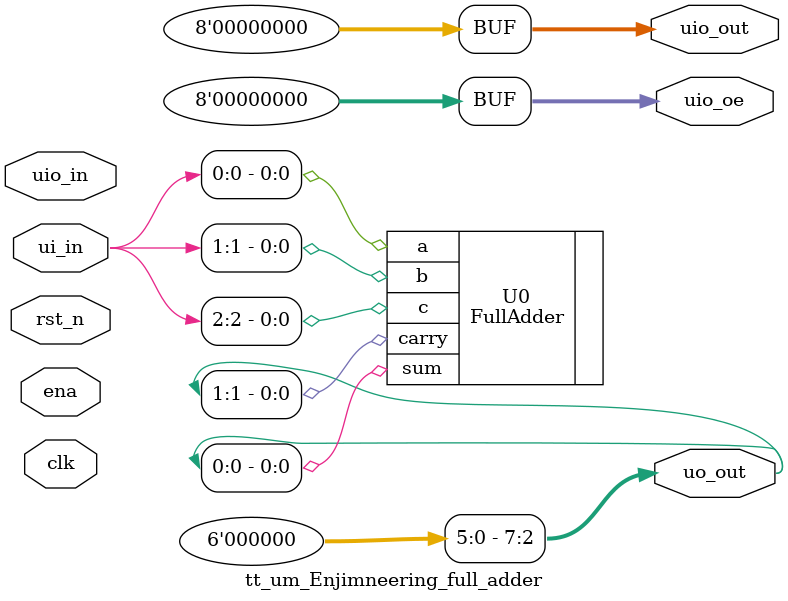
<source format=v>

`default_nettype none
`include "full_adder.v"

module tt_um_Enjimneering_full_adder (
    input  wire [7:0] ui_in,    // Dedicated inputs
    output wire [7:0] uo_out,   // Dedicated outputs
    input  wire [7:0] uio_in,   // IOs: Input path
    output wire [7:0] uio_out,  // IOs: Output path
    output wire [7:0] uio_oe,   // IOs: Enable path (active high: 0=input, 1=output)
    input  wire       ena,      // will go high when the design is enabled
    input  wire       clk,      // clock
    input  wire       rst_n     // reset_n - low to reset
);

//using full adder
 FullAdder U0 (.a(ui_in[0]), .b(ui_in[1]), .c(ui_in[2]), .carry(uo_out[1]), .sum(uo_out[0]));

  // All output pins must be assigned. If not used, assign to 0.
  assign uio_out = 0;
  assign uio_oe  = 0;
  assign uo_out[7:2] = 0;
    
endmodule

</source>
